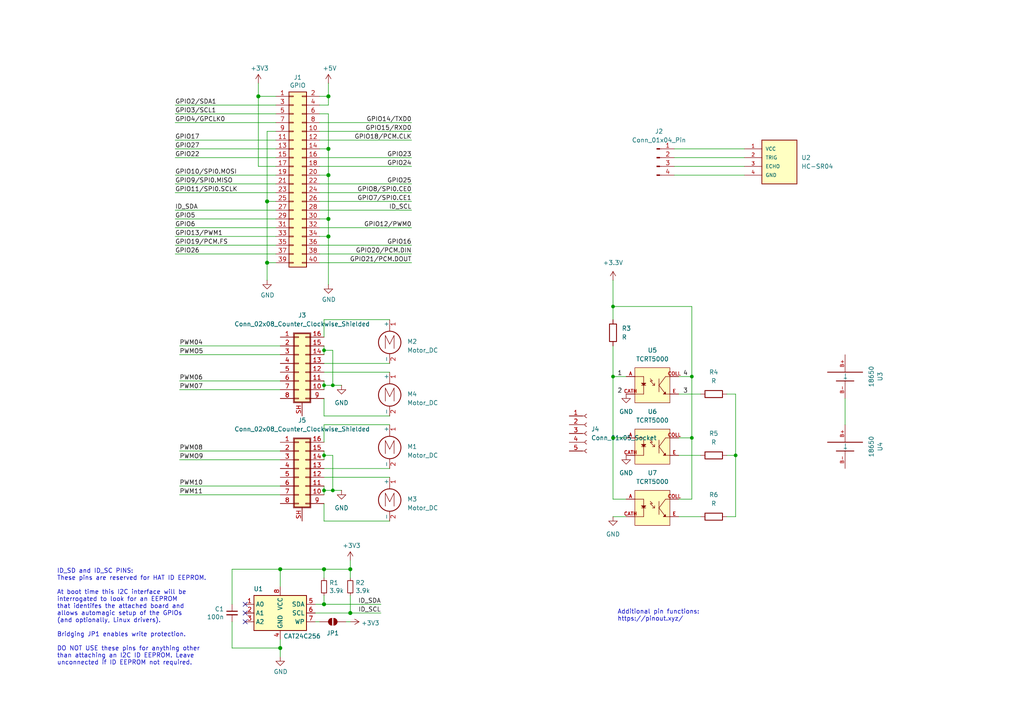
<source format=kicad_sch>
(kicad_sch (version 20231120) (generator "eeschema") (generator_version "8.0")
  (paper "A4")
  (title_block (date "15 nov 2012"))
  (lib_symbols
    (symbol "18650:18650" (pin_names (offset 1.016))
      (property "Reference" "U" (at 1.016 -6.35 0))
      (property "Value" "18650" (at 1.016 -7.874 0))
      (symbol "18650_0_0"
        (polyline (pts (xy 0 5.08) (xy 0 -5.08)) (stroke (width 0.254)))
        (polyline (pts (xy 2.54 -2.54) (xy 2.54 2.54)) (stroke (width 0.254)))
        (pin power_in line (at -5.08 0 0) (length 5.08) (name "+") (number "B+"))
        (pin power_in line (at 7.62 0 180) (length 5.08) (name "-") (number "B-"))
      )
    )
    (symbol "Connector:Conn_01x04_Pin" (pin_names (offset 1.016) hide)
      (property "Reference" "J" (at 0 5.08 0))
      (property "Value" "Conn_01x04_Pin" (at 0 -7.62 0))
      (symbol "Conn_01x04_Pin_1_1"
        (polyline (pts (xy 1.27 -5.08) (xy 0.8636 -5.08)) (stroke (width 0.1524)))
        (polyline (pts (xy 1.27 -2.54) (xy 0.8636 -2.54)) (stroke (width 0.1524)))
        (polyline (pts (xy 1.27 0) (xy 0.8636 0)) (stroke (width 0.1524)))
        (polyline (pts (xy 1.27 2.54) (xy 0.8636 2.54)) (stroke (width 0.1524)))
        (rectangle (start 0.8636 -4.953) (end 0 -5.207) (stroke (width 0.1524)) (fill (type outline)))
        (rectangle (start 0.8636 -2.413) (end 0 -2.667) (stroke (width 0.1524)) (fill (type outline)))
        (rectangle (start 0.8636 0.127) (end 0 -0.127) (stroke (width 0.1524)) (fill (type outline)))
        (rectangle (start 0.8636 2.667) (end 0 2.413) (stroke (width 0.1524)) (fill (type outline)))
        (pin passive line (at 5.08 2.54 180) (length 3.81) (name "Pin_1") (number "1"))
        (pin passive line (at 5.08 0 180) (length 3.81) (name "Pin_2") (number "2"))
        (pin passive line (at 5.08 -2.54 180) (length 3.81) (name "Pin_3") (number "3"))
        (pin passive line (at 5.08 -5.08 180) (length 3.81) (name "Pin_4") (number "4"))
      )
    )
    (symbol "Connector:Conn_01x05_Socket" (pin_names (offset 1.016) hide)
      (property "Reference" "J" (at 0 7.62 0))
      (property "Value" "Conn_01x05_Socket" (at 0 -7.62 0))
      (symbol "Conn_01x05_Socket_1_1"
        (arc (start 0 -4.572) (mid -0.5058 -5.08) (end 0 -5.588) (stroke (width 0.1524)))
        (arc (start 0 -2.032) (mid -0.5058 -2.54) (end 0 -3.048) (stroke (width 0.1524)))
        (polyline (pts (xy -1.27 -5.08) (xy -0.508 -5.08)) (stroke (width 0.1524)))
        (polyline (pts (xy -1.27 -2.54) (xy -0.508 -2.54)) (stroke (width 0.1524)))
        (polyline (pts (xy -1.27 0) (xy -0.508 0)) (stroke (width 0.1524)))
        (polyline (pts (xy -1.27 2.54) (xy -0.508 2.54)) (stroke (width 0.1524)))
        (polyline (pts (xy -1.27 5.08) (xy -0.508 5.08)) (stroke (width 0.1524)))
        (arc (start 0 0.508) (mid -0.5058 0) (end 0 -0.508) (stroke (width 0.1524)))
        (arc (start 0 3.048) (mid -0.5058 2.54) (end 0 2.032) (stroke (width 0.1524)))
        (arc (start 0 5.588) (mid -0.5058 5.08) (end 0 4.572) (stroke (width 0.1524)))
        (pin passive line (at -5.08 5.08 0) (length 3.81) (name "Pin_1") (number "1"))
        (pin passive line (at -5.08 2.54 0) (length 3.81) (name "Pin_2") (number "2"))
        (pin passive line (at -5.08 0 0) (length 3.81) (name "Pin_3") (number "3"))
        (pin passive line (at -5.08 -2.54 0) (length 3.81) (name "Pin_4") (number "4"))
        (pin passive line (at -5.08 -5.08 0) (length 3.81) (name "Pin_5") (number "5"))
      )
    )
    (symbol "Connector_Generic:Conn_02x20_Odd_Even" (pin_names (offset 1.016) hide)
      (property "Reference" "J" (at 1.27 25.4 0))
      (property "Value" "Conn_02x20_Odd_Even" (at 1.27 -27.94 0))
      (symbol "Conn_02x20_Odd_Even_1_1"
        (rectangle (start -1.27 -25.273) (end 0 -25.527) (stroke (width 0.1524)))
        (rectangle (start -1.27 -22.733) (end 0 -22.987) (stroke (width 0.1524)))
        (rectangle (start -1.27 -20.193) (end 0 -20.447) (stroke (width 0.1524)))
        (rectangle (start -1.27 -17.653) (end 0 -17.907) (stroke (width 0.1524)))
        (rectangle (start -1.27 -15.113) (end 0 -15.367) (stroke (width 0.1524)))
        (rectangle (start -1.27 -12.573) (end 0 -12.827) (stroke (width 0.1524)))
        (rectangle (start -1.27 -10.033) (end 0 -10.287) (stroke (width 0.1524)))
        (rectangle (start -1.27 -7.493) (end 0 -7.747) (stroke (width 0.1524)))
        (rectangle (start -1.27 -4.953) (end 0 -5.207) (stroke (width 0.1524)))
        (rectangle (start -1.27 -2.413) (end 0 -2.667) (stroke (width 0.1524)))
        (rectangle (start -1.27 0.127) (end 0 -0.127) (stroke (width 0.1524)))
        (rectangle (start -1.27 2.667) (end 0 2.413) (stroke (width 0.1524)))
        (rectangle (start -1.27 5.207) (end 0 4.953) (stroke (width 0.1524)))
        (rectangle (start -1.27 7.747) (end 0 7.493) (stroke (width 0.1524)))
        (rectangle (start -1.27 10.287) (end 0 10.033) (stroke (width 0.1524)))
        (rectangle (start -1.27 12.827) (end 0 12.573) (stroke (width 0.1524)))
        (rectangle (start -1.27 15.367) (end 0 15.113) (stroke (width 0.1524)))
        (rectangle (start -1.27 17.907) (end 0 17.653) (stroke (width 0.1524)))
        (rectangle (start -1.27 20.447) (end 0 20.193) (stroke (width 0.1524)))
        (rectangle (start -1.27 22.987) (end 0 22.733) (stroke (width 0.1524)))
        (rectangle (start -1.27 24.13) (end 3.81 -26.67) (stroke (width 0.254)) (fill (type background)))
        (rectangle (start 3.81 -25.273) (end 2.54 -25.527) (stroke (width 0.1524)))
        (rectangle (start 3.81 -22.733) (end 2.54 -22.987) (stroke (width 0.1524)))
        (rectangle (start 3.81 -20.193) (end 2.54 -20.447) (stroke (width 0.1524)))
        (rectangle (start 3.81 -17.653) (end 2.54 -17.907) (stroke (width 0.1524)))
        (rectangle (start 3.81 -15.113) (end 2.54 -15.367) (stroke (width 0.1524)))
        (rectangle (start 3.81 -12.573) (end 2.54 -12.827) (stroke (width 0.1524)))
        (rectangle (start 3.81 -10.033) (end 2.54 -10.287) (stroke (width 0.1524)))
        (rectangle (start 3.81 -7.493) (end 2.54 -7.747) (stroke (width 0.1524)))
        (rectangle (start 3.81 -4.953) (end 2.54 -5.207) (stroke (width 0.1524)))
        (rectangle (start 3.81 -2.413) (end 2.54 -2.667) (stroke (width 0.1524)))
        (rectangle (start 3.81 0.127) (end 2.54 -0.127) (stroke (width 0.1524)))
        (rectangle (start 3.81 2.667) (end 2.54 2.413) (stroke (width 0.1524)))
        (rectangle (start 3.81 5.207) (end 2.54 4.953) (stroke (width 0.1524)))
        (rectangle (start 3.81 7.747) (end 2.54 7.493) (stroke (width 0.1524)))
        (rectangle (start 3.81 10.287) (end 2.54 10.033) (stroke (width 0.1524)))
        (rectangle (start 3.81 12.827) (end 2.54 12.573) (stroke (width 0.1524)))
        (rectangle (start 3.81 15.367) (end 2.54 15.113) (stroke (width 0.1524)))
        (rectangle (start 3.81 17.907) (end 2.54 17.653) (stroke (width 0.1524)))
        (rectangle (start 3.81 20.447) (end 2.54 20.193) (stroke (width 0.1524)))
        (rectangle (start 3.81 22.987) (end 2.54 22.733) (stroke (width 0.1524)))
        (pin passive line (at -5.08 22.86 0) (length 3.81) (name "Pin_1") (number "1"))
        (pin passive line (at 7.62 12.7 180) (length 3.81) (name "Pin_10") (number "10"))
        (pin passive line (at -5.08 10.16 0) (length 3.81) (name "Pin_11") (number "11"))
        (pin passive line (at 7.62 10.16 180) (length 3.81) (name "Pin_12") (number "12"))
        (pin passive line (at -5.08 7.62 0) (length 3.81) (name "Pin_13") (number "13"))
        (pin passive line (at 7.62 7.62 180) (length 3.81) (name "Pin_14") (number "14"))
        (pin passive line (at -5.08 5.08 0) (length 3.81) (name "Pin_15") (number "15"))
        (pin passive line (at 7.62 5.08 180) (length 3.81) (name "Pin_16") (number "16"))
        (pin passive line (at -5.08 2.54 0) (length 3.81) (name "Pin_17") (number "17"))
        (pin passive line (at 7.62 2.54 180) (length 3.81) (name "Pin_18") (number "18"))
        (pin passive line (at -5.08 0 0) (length 3.81) (name "Pin_19") (number "19"))
        (pin passive line (at 7.62 22.86 180) (length 3.81) (name "Pin_2") (number "2"))
        (pin passive line (at 7.62 0 180) (length 3.81) (name "Pin_20") (number "20"))
        (pin passive line (at -5.08 -2.54 0) (length 3.81) (name "Pin_21") (number "21"))
        (pin passive line (at 7.62 -2.54 180) (length 3.81) (name "Pin_22") (number "22"))
        (pin passive line (at -5.08 -5.08 0) (length 3.81) (name "Pin_23") (number "23"))
        (pin passive line (at 7.62 -5.08 180) (length 3.81) (name "Pin_24") (number "24"))
        (pin passive line (at -5.08 -7.62 0) (length 3.81) (name "Pin_25") (number "25"))
        (pin passive line (at 7.62 -7.62 180) (length 3.81) (name "Pin_26") (number "26"))
        (pin passive line (at -5.08 -10.16 0) (length 3.81) (name "Pin_27") (number "27"))
        (pin passive line (at 7.62 -10.16 180) (length 3.81) (name "Pin_28") (number "28"))
        (pin passive line (at -5.08 -12.7 0) (length 3.81) (name "Pin_29") (number "29"))
        (pin passive line (at -5.08 20.32 0) (length 3.81) (name "Pin_3") (number "3"))
        (pin passive line (at 7.62 -12.7 180) (length 3.81) (name "Pin_30") (number "30"))
        (pin passive line (at -5.08 -15.24 0) (length 3.81) (name "Pin_31") (number "31"))
        (pin passive line (at 7.62 -15.24 180) (length 3.81) (name "Pin_32") (number "32"))
        (pin passive line (at -5.08 -17.78 0) (length 3.81) (name "Pin_33") (number "33"))
        (pin passive line (at 7.62 -17.78 180) (length 3.81) (name "Pin_34") (number "34"))
        (pin passive line (at -5.08 -20.32 0) (length 3.81) (name "Pin_35") (number "35"))
        (pin passive line (at 7.62 -20.32 180) (length 3.81) (name "Pin_36") (number "36"))
        (pin passive line (at -5.08 -22.86 0) (length 3.81) (name "Pin_37") (number "37"))
        (pin passive line (at 7.62 -22.86 180) (length 3.81) (name "Pin_38") (number "38"))
        (pin passive line (at -5.08 -25.4 0) (length 3.81) (name "Pin_39") (number "39"))
        (pin passive line (at 7.62 20.32 180) (length 3.81) (name "Pin_4") (number "4"))
        (pin passive line (at 7.62 -25.4 180) (length 3.81) (name "Pin_40") (number "40"))
        (pin passive line (at -5.08 17.78 0) (length 3.81) (name "Pin_5") (number "5"))
        (pin passive line (at 7.62 17.78 180) (length 3.81) (name "Pin_6") (number "6"))
        (pin passive line (at -5.08 15.24 0) (length 3.81) (name "Pin_7") (number "7"))
        (pin passive line (at 7.62 15.24 180) (length 3.81) (name "Pin_8") (number "8"))
        (pin passive line (at -5.08 12.7 0) (length 3.81) (name "Pin_9") (number "9"))
      )
    )
    (symbol "Connector_Generic_Shielded:Conn_02x08_Counter_Clockwise_Shielded" (pin_names (offset 1.016) hide)
      (property "Reference" "J" (at 1.524 9.906 0))
      (property "Value" "Conn_02x08_Counter_Clockwise_Shielded" (at 2.286 -12.446 0))
      (symbol "Conn_02x08_Counter_Clockwise_Shielded_1_1"
        (rectangle (start -1.27 8.89) (end 3.81 -11.43) (stroke (width 0.1524)))
        (rectangle (start -1.016 -10.033) (end 0.254 -10.287) (stroke (width 0.1524)))
        (rectangle (start -1.016 -7.493) (end 0.254 -7.747) (stroke (width 0.1524)))
        (rectangle (start -1.016 -4.953) (end 0.254 -5.207) (stroke (width 0.1524)))
        (rectangle (start -1.016 -2.413) (end 0.254 -2.667) (stroke (width 0.1524)))
        (rectangle (start -1.016 0.127) (end 0.254 -0.127) (stroke (width 0.1524)))
        (rectangle (start -1.016 2.667) (end 0.254 2.413) (stroke (width 0.1524)))
        (rectangle (start -1.016 5.207) (end 0.254 4.953) (stroke (width 0.1524)))
        (rectangle (start -1.016 7.747) (end 0.254 7.493) (stroke (width 0.1524)))
        (rectangle (start -1.016 8.636) (end 3.556 -11.176) (stroke (width 0.254)) (fill (type background)))
        (rectangle (start 3.556 -10.033) (end 2.286 -10.287) (stroke (width 0.1524)))
        (rectangle (start 3.556 -7.493) (end 2.286 -7.747) (stroke (width 0.1524)))
        (rectangle (start 3.556 -4.953) (end 2.286 -5.207) (stroke (width 0.1524)))
        (rectangle (start 3.556 -2.413) (end 2.286 -2.667) (stroke (width 0.1524)))
        (rectangle (start 3.556 0.127) (end 2.286 -0.127) (stroke (width 0.1524)))
        (rectangle (start 3.556 2.667) (end 2.286 2.413) (stroke (width 0.1524)))
        (rectangle (start 3.556 5.207) (end 2.286 4.953) (stroke (width 0.1524)))
        (rectangle (start 3.556 7.747) (end 2.286 7.493) (stroke (width 0.1524)))
        (pin passive line (at -5.08 7.62 0) (length 4.064) (name "Pin_1") (number "1"))
        (pin passive line (at 7.62 -7.62 180) (length 4.064) (name "Pin_10") (number "10"))
        (pin passive line (at 7.62 -5.08 180) (length 4.064) (name "Pin_11") (number "11"))
        (pin passive line (at 7.62 -2.54 180) (length 4.064) (name "Pin_12") (number "12"))
        (pin passive line (at 7.62 0 180) (length 4.064) (name "Pin_13") (number "13"))
        (pin passive line (at 7.62 2.54 180) (length 4.064) (name "Pin_14") (number "14"))
        (pin passive line (at 7.62 5.08 180) (length 4.064) (name "Pin_15") (number "15"))
        (pin passive line (at 7.62 7.62 180) (length 4.064) (name "Pin_16") (number "16"))
        (pin passive line (at -5.08 5.08 0) (length 4.064) (name "Pin_2") (number "2"))
        (pin passive line (at -5.08 2.54 0) (length 4.064) (name "Pin_3") (number "3"))
        (pin passive line (at -5.08 0 0) (length 4.064) (name "Pin_4") (number "4"))
        (pin passive line (at -5.08 -2.54 0) (length 4.064) (name "Pin_5") (number "5"))
        (pin passive line (at -5.08 -5.08 0) (length 4.064) (name "Pin_6") (number "6"))
        (pin passive line (at -5.08 -7.62 0) (length 4.064) (name "Pin_7") (number "7"))
        (pin passive line (at -5.08 -10.16 0) (length 4.064) (name "Pin_8") (number "8"))
        (pin passive line (at 7.62 -10.16 180) (length 4.064) (name "Pin_9") (number "9"))
        (pin passive line (at 1.27 -15.24 90) (length 3.81) (name "Shield") (number "SH"))
      )
    )
    (symbol "Device:C_Small" (pin_numbers hide) (pin_names (offset 0.254) hide)
      (property "Reference" "C" (at 0.254 1.778 0))
      (property "Value" "C_Small" (at 0.254 -2.032 0))
      (symbol "C_Small_0_1"
        (polyline (pts (xy -1.524 -0.508) (xy 1.524 -0.508)) (stroke (width 0.3302)))
        (polyline (pts (xy -1.524 0.508) (xy 1.524 0.508)) (stroke (width 0.3048)))
      )
      (symbol "C_Small_1_1"
        (pin passive line (at 0 2.54 270) (length 2.032) (name "~") (number "1"))
        (pin passive line (at 0 -2.54 90) (length 2.032) (name "~") (number "2"))
      )
    )
    (symbol "Device:R" (pin_numbers hide) (pin_names (offset 0))
      (property "Reference" "R" (at 2.032 0 90))
      (property "Value" "R" (at 0 0 90))
      (symbol "R_0_1"
        (rectangle (start -1.016 -2.54) (end 1.016 2.54) (stroke (width 0.254)))
      )
      (symbol "R_1_1"
        (pin passive line (at 0 3.81 270) (length 1.27) (name "~") (number "1"))
        (pin passive line (at 0 -3.81 90) (length 1.27) (name "~") (number "2"))
      )
    )
    (symbol "Device:R_Small" (pin_numbers hide) (pin_names (offset 0.254) hide)
      (property "Reference" "R" (at 0.762 0.508 0))
      (property "Value" "R_Small" (at 0.762 -1.016 0))
      (symbol "R_Small_0_1"
        (rectangle (start -0.762 1.778) (end 0.762 -1.778) (stroke (width 0.2032)))
      )
      (symbol "R_Small_1_1"
        (pin passive line (at 0 2.54 270) (length 0.762) (name "~") (number "1"))
        (pin passive line (at 0 -2.54 90) (length 0.762) (name "~") (number "2"))
      )
    )
    (symbol "HC-SR04:HC-SR04" (pin_names (offset 1.016))
      (property "Reference" "U" (at 0 5.0813 0))
      (property "Value" "HC-SR04" (at 0 -10.163 0))
      (symbol "HC-SR04_0_0"
        (rectangle (start 0 -7.62) (end 10.16 5.08) (stroke (width 0.254)) (fill (type background)))
        (pin power_in line (at -5.08 2.54 0) (length 5.08) (name "VCC") (number "1"))
        (pin bidirectional line (at -5.08 0 0) (length 5.08) (name "TRIG") (number "2"))
        (pin bidirectional line (at -5.08 -2.54 0) (length 5.08) (name "ECHO") (number "3"))
        (pin power_in line (at -5.08 -5.08 0) (length 5.08) (name "GND") (number "4"))
      )
    )
    (symbol "Jumper:SolderJumper_2_Open" (pin_numbers hide) (pin_names (offset 0) hide) (exclude_from_sim yes) (in_bom no)
      (property "Reference" "JP" (at 0 2.032 0))
      (property "Value" "SolderJumper_2_Open" (at 0 -2.54 0))
      (symbol "SolderJumper_2_Open_0_1"
        (arc (start -0.254 1.016) (mid -1.2656 0) (end -0.254 -1.016))
        (arc (start -0.254 1.016) (mid -1.2656 0) (end -0.254 -1.016) (fill (type outline)))
        (polyline (pts (xy -0.254 1.016) (xy -0.254 -1.016)))
        (polyline (pts (xy 0.254 1.016) (xy 0.254 -1.016)))
        (arc (start 0.254 -1.016) (mid 1.2656 0) (end 0.254 1.016))
        (arc (start 0.254 -1.016) (mid 1.2656 0) (end 0.254 1.016) (fill (type outline)))
      )
      (symbol "SolderJumper_2_Open_1_1"
        (pin passive line (at -3.81 0 0) (length 2.54) (name "A") (number "1"))
        (pin passive line (at 3.81 0 180) (length 2.54) (name "B") (number "2"))
      )
    )
    (symbol "Memory_EEPROM:CAT24C256"
      (property "Reference" "U" (at -6.35 6.35 0))
      (property "Value" "CAT24C256" (at 1.27 6.35 0))
      (symbol "CAT24C256_1_1"
        (rectangle (start -7.62 5.08) (end 7.62 -5.08) (stroke (width 0.254)) (fill (type background)))
        (pin input line (at -10.16 2.54 0) (length 2.54) (name "A0") (number "1"))
        (pin input line (at -10.16 0 0) (length 2.54) (name "A1") (number "2"))
        (pin input line (at -10.16 -2.54 0) (length 2.54) (name "A2") (number "3"))
        (pin power_in line (at 0 -7.62 90) (length 2.54) (name "GND") (number "4"))
        (pin bidirectional line (at 10.16 2.54 180) (length 2.54) (name "SDA") (number "5"))
        (pin input line (at 10.16 0 180) (length 2.54) (name "SCL") (number "6"))
        (pin input line (at 10.16 -2.54 180) (length 2.54) (name "WP") (number "7"))
        (pin power_in line (at 0 7.62 270) (length 2.54) (name "VCC") (number "8"))
      )
    )
    (symbol "Motor:Motor_DC" (pin_names (offset 0))
      (property "Reference" "M" (at 2.54 2.54 0))
      (property "Value" "Motor_DC" (at 2.54 -5.08 0))
      (symbol "Motor_DC_0_0"
        (polyline (pts (xy -1.27 -3.302) (xy -1.27 0.508) (xy 0 -2.032) (xy 1.27 0.508) (xy 1.27 -3.302)))
      )
      (symbol "Motor_DC_0_1"
        (circle (center 0 -1.524) (radius 3.2512) (stroke (width 0.254)))
        (polyline (pts (xy 0 -7.62) (xy 0 -7.112)))
        (polyline (pts (xy 0 -4.7752) (xy 0 -5.1816)))
        (polyline (pts (xy 0 1.7272) (xy 0 2.0828)))
        (polyline (pts (xy 0 2.032) (xy 0 2.54)))
      )
      (symbol "Motor_DC_1_1"
        (pin passive line (at 0 5.08 270) (length 2.54) (name "+") (number "1"))
        (pin passive line (at 0 -7.62 90) (length 2.54) (name "-") (number "2"))
      )
    )
    (symbol "TCRT5000:TCRT5000" (pin_names (offset 1.016))
      (property "Reference" "U" (at -5.0887 5.7248 0))
      (property "Value" "TCRT5000" (at -5.0838 -5.7193 0))
      (symbol "TCRT5000_0_0"
        (rectangle (start -5.08 -5.08) (end 5.08 5.08) (stroke (width 0.1524)) (fill (type background)))
        (polyline (pts (xy -5.08 2.54) (xy -2.54 2.54)) (stroke (width 0.1524)))
        (polyline (pts (xy -3.175 0) (xy -1.905 0)) (stroke (width 0.1524)))
        (polyline (pts (xy -2.54 -2.54) (xy -5.08 -2.54)) (stroke (width 0.1524)))
        (polyline (pts (xy -2.54 2.54) (xy -2.54 -2.54)) (stroke (width 0.1524)))
        (polyline (pts (xy -0.635 1.27) (xy 0.635 0)) (stroke (width 0.1524)))
        (polyline (pts (xy -0.635 1.905) (xy 0 1.27)) (stroke (width 0.1524)))
        (polyline (pts (xy 0 1.27) (xy -0.635 1.27)) (stroke (width 0.1524)))
        (polyline (pts (xy 0.635 0) (xy 0 0)) (stroke (width 0.1524)))
        (polyline (pts (xy 0.635 0.635) (xy 0.635 0)) (stroke (width 0.1524)))
        (polyline (pts (xy 1.905 0) (xy 1.905 -1.905)) (stroke (width 0.1524)))
        (polyline (pts (xy 1.905 0) (xy 3.81 -2.54)) (stroke (width 0.1524)))
        (polyline (pts (xy 1.905 0) (xy 3.81 2.54)) (stroke (width 0.1524)))
        (polyline (pts (xy 1.905 1.905) (xy 1.905 0)) (stroke (width 0.1524)))
        (polyline (pts (xy 3.81 -2.54) (xy 5.08 -2.54)) (stroke (width 0.1524)))
        (polyline (pts (xy 3.81 2.54) (xy 5.08 2.54)) (stroke (width 0.1524)))
        (polyline (pts (xy -3.175 0.635) (xy -1.905 0.635) (xy -2.54 0) (xy -3.175 0.635)) (stroke (width 0.1524)) (fill (type outline)))
        (polyline (pts (xy 3.175 -2.54) (xy 3.81 -2.54) (xy 3.81 -1.905) (xy 3.175 -2.54)) (stroke (width 0.1524)) (fill (type outline)))
        (pin passive line (at -7.62 2.54 0) (length 2.54) (name "~") (number "A"))
        (pin passive line (at -7.62 -2.54 0) (length 2.54) (name "~") (number "CATH"))
        (pin passive line (at 7.62 2.54 180) (length 2.54) (name "~") (number "COLL"))
        (pin passive line (at 7.62 -2.54 180) (length 2.54) (name "~") (number "E"))
      )
    )
    (symbol "power:+3.3V" (power) (pin_numbers hide) (pin_names (offset 0) hide)
      (property "Value" "+3.3V" (at 0 3.556 0))
      (symbol "+3.3V_0_1"
        (polyline (pts (xy -0.762 1.27) (xy 0 2.54)))
        (polyline (pts (xy 0 0) (xy 0 2.54)))
        (polyline (pts (xy 0 2.54) (xy 0.762 1.27)))
      )
      (symbol "+3.3V_1_1"
        (pin power_in line (at 0 0 90) (length 0) (name "~") (number "1"))
      )
    )
    (symbol "power:+5V" (power) (pin_numbers hide) (pin_names (offset 0) hide)
      (property "Value" "+5V" (at 0 3.556 0))
      (symbol "+5V_0_1"
        (polyline (pts (xy -0.762 1.27) (xy 0 2.54)))
        (polyline (pts (xy 0 0) (xy 0 2.54)))
        (polyline (pts (xy 0 2.54) (xy 0.762 1.27)))
      )
      (symbol "+5V_1_1"
        (pin power_in line (at 0 0 90) (length 0) (name "~") (number "1"))
      )
    )
    (symbol "power:GND" (power) (pin_numbers hide) (pin_names (offset 0) hide)
      (property "Value" "GND" (at 0 -3.81 0))
      (symbol "GND_0_1"
        (polyline (pts (xy 0 0) (xy 0 -1.27) (xy 1.27 -1.27) (xy 0 -2.54) (xy -1.27 -1.27) (xy 0 -1.27)))
      )
      (symbol "GND_1_1"
        (pin power_in line (at 0 0 270) (length 0) (name "~") (number "1"))
      )
    )
  )
  (junction (at 93.98 101.6))
  (junction (at 93.98 175.26) (diameter 1.016))
  (junction (at 177.8 109.22))
  (junction (at 213.36 132.08))
  (junction (at 95.25 27.94) (diameter 1.016))
  (junction (at 81.28 187.96) (diameter 1.016))
  (junction (at 95.25 43.18) (diameter 1.016))
  (junction (at 81.28 165.1) (diameter 1.016))
  (junction (at 101.6 165.1) (diameter 1.016))
  (junction (at 177.8 127))
  (junction (at 77.47 76.2) (diameter 1.016))
  (junction (at 77.47 58.42) (diameter 1.016))
  (junction (at 93.98 142.24))
  (junction (at 95.25 68.58) (diameter 1.016))
  (junction (at 95.25 63.5) (diameter 1.016))
  (junction (at 96.52 111.76))
  (junction (at 200.66 109.22))
  (junction (at 95.25 50.8) (diameter 1.016))
  (junction (at 177.8 88.9))
  (junction (at 96.52 142.24))
  (junction (at 101.6 177.8) (diameter 1.016))
  (junction (at 200.66 127))
  (junction (at 93.98 132.08))
  (junction (at 93.98 111.76))
  (junction (at 74.93 27.94) (diameter 1.016))
  (junction (at 93.98 165.1) (diameter 1.016))
  (no_connect (at 71.12 175.26))
  (no_connect (at 71.12 177.8))
  (no_connect (at 71.12 180.34))
  (wire (pts (xy 77.47 58.42) (xy 77.47 76.2)))
  (wire (pts (xy 92.71 58.42) (xy 119.38 58.42)))
  (wire (pts (xy 99.06 111.76) (xy 96.52 111.76)))
  (wire (pts (xy 80.01 40.64) (xy 50.8 40.64)))
  (wire (pts (xy 81.28 165.1) (xy 93.98 165.1)))
  (wire (pts (xy 101.6 165.1) (xy 93.98 165.1)))
  (wire (pts (xy 101.6 167.64) (xy 101.6 165.1)))
  (wire (pts (xy 93.98 138.43) (xy 113.03 138.43)))
  (wire (pts (xy 93.98 97.79) (xy 93.98 92.71)))
  (wire (pts (xy 95.25 33.02) (xy 95.25 43.18)))
  (wire (pts (xy 181.61 144.78) (xy 177.8 144.78)))
  (wire (pts (xy 95.25 50.8) (xy 92.71 50.8)))
  (wire (pts (xy 177.8 149.86) (xy 181.61 149.86)))
  (wire (pts (xy 93.98 146.05) (xy 93.98 151.13)))
  (wire (pts (xy 52.07 102.87) (xy 81.28 102.87)))
  (wire (pts (xy 95.25 63.5) (xy 95.25 68.58)))
  (wire (pts (xy 177.8 88.9) (xy 200.66 88.9)))
  (wire (pts (xy 196.85 132.08) (xy 203.2 132.08)))
  (wire (pts (xy 177.8 109.22) (xy 177.8 100.33)))
  (wire (pts (xy 93.98 132.08) (xy 93.98 133.35)))
  (wire (pts (xy 196.85 114.3) (xy 203.2 114.3)))
  (wire (pts (xy 95.25 50.8) (xy 95.25 63.5)))
  (wire (pts (xy 177.8 109.22) (xy 177.8 127)))
  (wire (pts (xy 93.98 142.24) (xy 93.98 143.51)))
  (wire (pts (xy 92.71 35.56) (xy 119.38 35.56)))
  (wire (pts (xy 93.98 110.49) (xy 93.98 111.76)))
  (wire (pts (xy 77.47 38.1) (xy 77.47 58.42)))
  (wire (pts (xy 52.07 140.97) (xy 81.28 140.97)))
  (wire (pts (xy 92.71 55.88) (xy 119.38 55.88)))
  (wire (pts (xy 91.44 175.26) (xy 93.98 175.26)))
  (wire (pts (xy 93.98 175.26) (xy 110.49 175.26)))
  (wire (pts (xy 210.82 114.3) (xy 213.36 114.3)))
  (wire (pts (xy 93.98 100.33) (xy 93.98 101.6)))
  (wire (pts (xy 93.98 132.08) (xy 96.52 132.08)))
  (wire (pts (xy 93.98 101.6) (xy 93.98 102.87)))
  (wire (pts (xy 52.07 113.03) (xy 81.28 113.03)))
  (wire (pts (xy 77.47 38.1) (xy 80.01 38.1)))
  (wire (pts (xy 91.44 180.34) (xy 92.71 180.34)))
  (wire (pts (xy 100.33 180.34) (xy 101.6 180.34)))
  (wire (pts (xy 95.25 68.58) (xy 95.25 82.55)))
  (wire (pts (xy 93.98 123.19) (xy 113.03 123.19)))
  (wire (pts (xy 80.01 60.96) (xy 50.8 60.96)))
  (wire (pts (xy 196.85 109.22) (xy 200.66 109.22)))
  (wire (pts (xy 50.8 63.5) (xy 80.01 63.5)))
  (wire (pts (xy 195.58 45.72) (xy 215.9 45.72)))
  (wire (pts (xy 93.98 111.76) (xy 96.52 111.76)))
  (wire (pts (xy 213.36 132.08) (xy 213.36 149.86)))
  (wire (pts (xy 77.47 58.42) (xy 80.01 58.42)))
  (wire (pts (xy 101.6 162.56) (xy 101.6 165.1)))
  (wire (pts (xy 92.71 45.72) (xy 119.38 45.72)))
  (wire (pts (xy 81.28 165.1) (xy 81.28 170.18)))
  (wire (pts (xy 200.66 109.22) (xy 200.66 127)))
  (wire (pts (xy 93.98 142.24) (xy 96.52 142.24)))
  (wire (pts (xy 92.71 76.2) (xy 119.38 76.2)))
  (wire (pts (xy 77.47 76.2) (xy 77.47 81.28)))
  (wire (pts (xy 50.8 43.18) (xy 80.01 43.18)))
  (wire (pts (xy 101.6 172.72) (xy 101.6 177.8)))
  (wire (pts (xy 74.93 24.13) (xy 74.93 27.94)))
  (wire (pts (xy 52.07 143.51) (xy 81.28 143.51)))
  (wire (pts (xy 93.98 128.27) (xy 93.98 123.19)))
  (wire (pts (xy 95.25 68.58) (xy 92.71 68.58)))
  (wire (pts (xy 50.8 33.02) (xy 80.01 33.02)))
  (wire (pts (xy 177.8 81.28) (xy 177.8 88.9)))
  (wire (pts (xy 50.8 55.88) (xy 80.01 55.88)))
  (wire (pts (xy 213.36 114.3) (xy 213.36 132.08)))
  (wire (pts (xy 93.98 111.76) (xy 93.98 113.03)))
  (wire (pts (xy 74.93 48.26) (xy 80.01 48.26)))
  (wire (pts (xy 93.98 92.71) (xy 113.03 92.71)))
  (wire (pts (xy 80.01 30.48) (xy 50.8 30.48)))
  (wire (pts (xy 95.25 27.94) (xy 95.25 30.48)))
  (wire (pts (xy 195.58 43.18) (xy 215.9 43.18)))
  (wire (pts (xy 200.66 127) (xy 196.85 127)))
  (wire (pts (xy 95.25 43.18) (xy 95.25 50.8)))
  (wire (pts (xy 92.71 40.64) (xy 119.38 40.64)))
  (wire (pts (xy 95.25 43.18) (xy 92.71 43.18)))
  (wire (pts (xy 196.85 149.86) (xy 203.2 149.86)))
  (wire (pts (xy 95.25 24.13) (xy 95.25 27.94)))
  (wire (pts (xy 50.8 35.56) (xy 80.01 35.56)))
  (wire (pts (xy 93.98 165.1) (xy 93.98 167.64)))
  (wire (pts (xy 195.58 48.26) (xy 215.9 48.26)))
  (wire (pts (xy 95.25 27.94) (xy 92.71 27.94)))
  (wire (pts (xy 96.52 101.6) (xy 96.52 111.76)))
  (wire (pts (xy 93.98 130.81) (xy 93.98 132.08)))
  (wire (pts (xy 74.93 27.94) (xy 74.93 48.26)))
  (wire (pts (xy 200.66 144.78) (xy 196.85 144.78)))
  (wire (pts (xy 92.71 48.26) (xy 119.38 48.26)))
  (wire (pts (xy 92.71 38.1) (xy 119.38 38.1)))
  (wire (pts (xy 93.98 172.72) (xy 93.98 175.26)))
  (wire (pts (xy 91.44 177.8) (xy 101.6 177.8)))
  (wire (pts (xy 101.6 177.8) (xy 110.49 177.8)))
  (wire (pts (xy 52.07 100.33) (xy 81.28 100.33)))
  (wire (pts (xy 50.8 45.72) (xy 80.01 45.72)))
  (wire (pts (xy 210.82 132.08) (xy 213.36 132.08)))
  (wire (pts (xy 245.11 115.57) (xy 245.11 123.19)))
  (wire (pts (xy 52.07 133.35) (xy 81.28 133.35)))
  (wire (pts (xy 50.8 66.04) (xy 80.01 66.04)))
  (wire (pts (xy 95.25 30.48) (xy 92.71 30.48)))
  (wire (pts (xy 93.98 135.89) (xy 113.03 135.89)))
  (wire (pts (xy 177.8 127) (xy 181.61 127)))
  (wire (pts (xy 50.8 71.12) (xy 80.01 71.12)))
  (wire (pts (xy 210.82 149.86) (xy 213.36 149.86)))
  (wire (pts (xy 92.71 71.12) (xy 119.38 71.12)))
  (wire (pts (xy 200.66 127) (xy 200.66 144.78)))
  (wire (pts (xy 92.71 66.04) (xy 119.38 66.04)))
  (wire (pts (xy 77.47 76.2) (xy 80.01 76.2)))
  (wire (pts (xy 52.07 110.49) (xy 81.28 110.49)))
  (wire (pts (xy 181.61 109.22) (xy 177.8 109.22)))
  (wire (pts (xy 92.71 73.66) (xy 119.38 73.66)))
  (wire (pts (xy 93.98 120.65) (xy 113.03 120.65)))
  (wire (pts (xy 93.98 101.6) (xy 96.52 101.6)))
  (wire (pts (xy 195.58 50.8) (xy 215.9 50.8)))
  (wire (pts (xy 95.25 33.02) (xy 92.71 33.02)))
  (wire (pts (xy 50.8 73.66) (xy 80.01 73.66)))
  (wire (pts (xy 99.06 142.24) (xy 96.52 142.24)))
  (wire (pts (xy 67.31 165.1) (xy 67.31 175.26)))
  (wire (pts (xy 67.31 180.34) (xy 67.31 187.96)))
  (wire (pts (xy 67.31 187.96) (xy 81.28 187.96)))
  (wire (pts (xy 81.28 165.1) (xy 67.31 165.1)))
  (wire (pts (xy 81.28 185.42) (xy 81.28 187.96)))
  (wire (pts (xy 81.28 187.96) (xy 81.28 190.5)))
  (wire (pts (xy 200.66 88.9) (xy 200.66 109.22)))
  (wire (pts (xy 96.52 132.08) (xy 96.52 142.24)))
  (wire (pts (xy 92.71 53.34) (xy 119.38 53.34)))
  (wire (pts (xy 80.01 68.58) (xy 50.8 68.58)))
  (wire (pts (xy 177.8 88.9) (xy 177.8 92.71)))
  (wire (pts (xy 93.98 151.13) (xy 113.03 151.13)))
  (wire (pts (xy 95.25 63.5) (xy 92.71 63.5)))
  (wire (pts (xy 50.8 53.34) (xy 80.01 53.34)))
  (wire (pts (xy 74.93 27.94) (xy 80.01 27.94)))
  (wire (pts (xy 93.98 115.57) (xy 93.98 120.65)))
  (wire (pts (xy 52.07 130.81) (xy 81.28 130.81)))
  (wire (pts (xy 93.98 105.41) (xy 113.03 105.41)))
  (wire (pts (xy 93.98 140.97) (xy 93.98 142.24)))
  (wire (pts (xy 93.98 107.95) (xy 113.03 107.95)))
  (wire (pts (xy 80.01 50.8) (xy 50.8 50.8)))
  (wire (pts (xy 92.71 60.96) (xy 119.38 60.96)))
  (wire (pts (xy 177.8 127) (xy 177.8 144.78)))
  (text "Additional pin functions:\nhttps://pinout.xyz/" (at 179.07 180.34 0) (effects (font (size 1.27 1.27)) (justify left bottom)))
  (text "ID_SD and ID_SC PINS:\nThese pins are reserved for HAT ID EEPROM.\n\nAt boot time this I2C interface will be\ninterrogated to look for an EEPROM\nthat identifes the attached board and\nallows automagic setup of the GPIOs\n(and optionally, Linux drivers).\n\nBridging JP1 enables write protection.\n\nDO NOT USE these pins for anything other\nthan attaching an I2C ID EEPROM. Leave\nunconnected if ID EEPROM not required." (at 16.51 193.04 0) (effects (font (size 1.27 1.27)) (justify left bottom)))
  (label "ID_SDA" (at 50.8 60.96 0))
  (label "GPIO6" (at 50.8 66.04 0))
  (label "ID_SDA" (at 110.49 175.26 180))
  (label "ID_SCL" (at 119.38 60.96 180))
  (label "GPIO5" (at 50.8 63.5 0))
  (label "PWM07" (at 52.07 113.03 0))
  (label "4" (at 198.12 109.22 0))
  (label "GPIO21{slash}PCM.DOUT" (at 119.38 76.2 180))
  (label "GPIO19{slash}PCM.FS" (at 50.8 71.12 0))
  (label "GPIO10{slash}SPI0.MOSI" (at 50.8 50.8 0))
  (label "GPIO9{slash}SPI0.MISO" (at 50.8 53.34 0))
  (label "1" (at 179.07 109.22 0))
  (label "GPIO23" (at 119.38 45.72 180))
  (label "GPIO4{slash}GPCLK0" (at 50.8 35.56 0))
  (label "PWM06" (at 52.07 110.49 0))
  (label "GPIO27" (at 50.8 43.18 0))
  (label "GPIO26" (at 50.8 73.66 0))
  (label "GPIO14{slash}TXD0" (at 119.38 35.56 180))
  (label "GPIO8{slash}SPI0.CE0" (at 119.38 55.88 180))
  (label "GPIO15{slash}RXD0" (at 119.38 38.1 180))
  (label "GPIO16" (at 119.38 71.12 180))
  (label "3" (at 198.12 114.3 0))
  (label "GPIO22" (at 50.8 45.72 0))
  (label "GPIO2{slash}SDA1" (at 50.8 30.48 0))
  (label "GPIO17" (at 50.8 40.64 0))
  (label "PWM10" (at 52.07 140.97 0))
  (label "PWMO5" (at 52.07 102.87 0))
  (label "GPIO25" (at 119.38 53.34 180))
  (label "GPIO3{slash}SCL1" (at 50.8 33.02 0))
  (label "GPIO18{slash}PCM.CLK" (at 119.38 40.64 180))
  (label "GPIO12{slash}PWM0" (at 119.38 66.04 180))
  (label "PWMO9" (at 52.07 133.35 0))
  (label "GPIO13{slash}PWM1" (at 50.8 68.58 0))
  (label "GPIO20{slash}PCM.DIN" (at 119.38 73.66 180))
  (label "GPIO24" (at 119.38 48.26 180))
  (label "GPIO7{slash}SPI0.CE1" (at 119.38 58.42 180))
  (label "PWM04" (at 52.07 100.33 0))
  (label "ID_SCL" (at 110.49 177.8 180))
  (label "PWM08" (at 52.07 130.81 0))
  (label "2" (at 179.07 114.3 0))
  (label "PWM11" (at 52.07 143.51 0))
  (label "GPIO11{slash}SPI0.SCLK" (at 50.8 55.88 0))
  (symbol (lib_id "power:+5V") (at 95.25 24.13 0) (unit 1)
    (property "Reference" "#PWR01" (effects (hide yes)))
    (property "Value" "+5V" (at 95.6183 19.8056 0))
    (property "Description" "Power symbol creates a global label with name \"+5V\"" (effects (hide yes)))
  )
  (symbol (lib_id "power:+3.3V") (at 74.93 24.13 0) (unit 1)
    (property "Reference" "#PWR04" (effects (hide yes)))
    (property "Value" "+3V3" (at 75.2983 19.8056 0))
    (property "Description" "Power symbol creates a global label with name \"+3.3V\"" (effects (hide yes)))
  )
  (symbol (lib_id "power:GND") (at 95.25 82.55 0) (unit 1)
    (property "Reference" "#PWR02" (effects (hide yes)))
    (property "Value" "GND" (at 95.3643 86.8744 0))
    (property "Description" "Power symbol creates a global label with name \"GND\" , ground" (effects (hide yes)))
  )
  (symbol (lib_id "power:GND") (at 77.47 81.28 0) (unit 1)
    (property "Reference" "#PWR03" (effects (hide yes)))
    (property "Value" "GND" (at 77.5843 85.6044 0))
    (property "Description" "Power symbol creates a global label with name \"GND\" , ground" (effects (hide yes)))
  )
  (symbol (lib_id "Connector_Generic:Conn_02x20_Odd_Even") (at 85.09 50.8 0) (unit 1)
    (property "Reference" "J1" (at 86.36 22.4598 0))
    (property "Value" "GPIO" (at 86.36 24.765 0))
    (property "Footprint" "Connector_PinSocket_2.54mm:PinSocket_2x20_P2.54mm_Vertical" (effects (hide yes)))
    (property "Description" "Generic connector, double row, 02x20, odd/even pin numbering scheme (row 1 odd numbers, row 2 even numbers), script generated (kicad-library-utils/schlib/autogen/connector/)" (effects (hide yes)))
  )
  (symbol (lib_id "Device:R") (at 207.01 149.86 270) (unit 1)
    (property "Reference" "R6" (at 207.01 143.51 90))
    (property "Value" "R" (at 207.01 146.05 90))
    (property "Description" "Resistor" (effects (hide yes)))
  )
  (symbol (lib_id "Motor:Motor_DC") (at 113.03 128.27 0) (unit 1)
    (property "Reference" "M1" (at 118.11 129.5399 0) (effects (justify left)))
    (property "Value" "Motor_DC" (at 118.11 132.0799 0) (effects (justify left)))
    (property "Description" "DC Motor" (effects (hide yes)))
  )
  (symbol (lib_id "Device:C_Small") (at 67.31 177.8 0) (unit 1)
    (property "Reference" "C1" (at 64.9858 176.6506 0) (effects (justify right)))
    (property "Value" "100n" (at 64.9858 178.9493 0) (effects (justify right)))
    (property "Description" "Unpolarized capacitor, small symbol" (effects (hide yes)))
  )
  (symbol (lib_id "Motor:Motor_DC") (at 113.03 113.03 0) (unit 1)
    (property "Reference" "M4" (at 118.11 114.2999 0) (effects (justify left)))
    (property "Value" "Motor_DC" (at 118.11 116.8399 0) (effects (justify left)))
    (property "Description" "DC Motor" (effects (hide yes)))
  )
  (symbol (lib_id "Device:R_Small") (at 93.98 170.18 0) (unit 1)
    (property "Reference" "R1" (at 95.4786 169.037 0) (effects (justify left)))
    (property "Value" "3.9k" (at 95.4787 171.3293 0) (effects (justify left)))
    (property "Description" "Resistor, small symbol" (effects (hide yes)))
  )
  (symbol (lib_id "power:GND") (at 99.06 111.76 0) (unit 1)
    (property "Reference" "#PWR010" (effects (hide yes)))
    (property "Value" "GND" (at 99.06 116.84 0))
    (property "Description" "Power symbol creates a global label with name \"GND\" , ground" (effects (hide yes)))
  )
  (symbol (lib_id "TCRT5000:TCRT5000") (at 189.23 111.76 0) (unit 1)
    (property "Reference" "U5" (at 189.23 101.6 0))
    (property "Value" "TCRT5000" (at 189.23 104.14 0))
    (property "Footprint" "TCRT5000:OPTO_TCRT5000" (effects (hide yes)))
    (property "MF" "Vishay" (effects (hide yes)))
    (property "MAXIMUM_PACKAGE_HEIGHT" "7.2mm" (effects (hide yes)))
    (property "Package" "TCRT5000 Vishay" (effects (hide yes)))
    (property "Price" "None" (effects (hide yes)))
    (property "Check_prices" "https://www.snapeda.com/parts/TCRT5000/Vishay+Semiconductor+Opto+Division/view-part/?ref=eda" (effects (hide yes)))
    (property "STANDARD" "Manufacturer recommendations" (effects (hide yes)))
    (property "PARTREV" "1.7" (effects (hide yes)))
    (property "SnapEDA_Link" "https://www.snapeda.com/parts/TCRT5000/Vishay+Semiconductor+Opto+Division/view-part/?ref=snap" (effects (hide yes)))
    (property "MP" "TCRT5000" (effects (hide yes)))
    (property "Description_1" "\n                        \n                            Reflective Optical Sensor 0.591 (15mm) PCB Mount\n                        \n" (effects (hide yes)))
    (property "Availability" "In Stock" (effects (hide yes)))
    (property "MANUFACTURER" "Vishay" (effects (hide yes)))
  )
  (symbol (lib_id "TCRT5000:TCRT5000") (at 189.23 147.32 0) (unit 1)
    (property "Reference" "U7" (at 189.23 137.16 0))
    (property "Value" "TCRT5000" (at 189.23 139.7 0))
    (property "Footprint" "TCRT5000:OPTO_TCRT5000" (effects (hide yes)))
    (property "MF" "Vishay" (effects (hide yes)))
    (property "MAXIMUM_PACKAGE_HEIGHT" "7.2mm" (effects (hide yes)))
    (property "Package" "TCRT5000 Vishay" (effects (hide yes)))
    (property "Price" "None" (effects (hide yes)))
    (property "Check_prices" "https://www.snapeda.com/parts/TCRT5000/Vishay+Semiconductor+Opto+Division/view-part/?ref=eda" (effects (hide yes)))
    (property "STANDARD" "Manufacturer recommendations" (effects (hide yes)))
    (property "PARTREV" "1.7" (effects (hide yes)))
    (property "SnapEDA_Link" "https://www.snapeda.com/parts/TCRT5000/Vishay+Semiconductor+Opto+Division/view-part/?ref=snap" (effects (hide yes)))
    (property "MP" "TCRT5000" (effects (hide yes)))
    (property "Description_1" "\n                        \n                            Reflective Optical Sensor 0.591 (15mm) PCB Mount\n                        \n" (effects (hide yes)))
    (property "Availability" "In Stock" (effects (hide yes)))
    (property "MANUFACTURER" "Vishay" (effects (hide yes)))
  )
  (symbol (lib_id "Connector:Conn_01x04_Pin") (at 190.5 45.72 0) (unit 1)
    (property "Reference" "J2" (at 191.135 38.1 0))
    (property "Value" "Conn_01x04_Pin" (at 191.135 40.64 0))
    (property "Description" "Generic connector, single row, 01x04, script generated" (effects (hide yes)))
  )
  (symbol (lib_id "Jumper:SolderJumper_2_Open") (at 96.52 180.34 0) (unit 1)
    (property "Reference" "JP1" (at 96.52 183.623 0))
    (property "Value" "ID_WP" (effects (hide yes)))
    (property "Description" "Solder Jumper, 2-pole, open" (effects (hide yes)))
  )
  (symbol (lib_id "Device:R_Small") (at 101.6 170.18 0) (unit 1)
    (property "Reference" "R2" (at 103.0986 169.037 0) (effects (justify left)))
    (property "Value" "3.9k" (at 103.0987 171.3293 0) (effects (justify left)))
    (property "Description" "Resistor, small symbol" (effects (hide yes)))
  )
  (symbol (lib_id "power:+3.3V") (at 101.6 162.56 0) (unit 1)
    (property "Reference" "#PWR0101" (effects (hide yes)))
    (property "Value" "+3V3" (at 101.9683 158.2356 0))
    (property "Description" "Power symbol creates a global label with name \"+3.3V\"" (effects (hide yes)))
  )
  (symbol (lib_id "Connector_Generic_Shielded:Conn_02x08_Counter_Clockwise_Shielded") (at 86.36 135.89 0) (unit 1)
    (property "Reference" "J5" (at 87.63 121.92 0))
    (property "Value" "Conn_02x08_Counter_Clockwise_Shielded" (at 87.63 124.46 0))
    (property "Description" "Generic shielded connector, double row, 02x08, counter clockwise pin numbering scheme (similar to DIP package numbering), script generated (kicad-library-utils/schlib/autogen/connector/)" (effects (hide yes)))
  )
  (symbol (lib_id "Device:R") (at 207.01 132.08 270) (unit 1)
    (property "Reference" "R5" (at 207.01 125.73 90))
    (property "Value" "R" (at 207.01 128.27 90))
    (property "Description" "Resistor" (effects (hide yes)))
  )
  (symbol (lib_id "Memory_EEPROM:CAT24C256") (at 81.28 177.8 0) (unit 1)
    (property "Reference" "U1" (at 74.93 170.7958 0))
    (property "Value" "CAT24C256" (at 87.63 184.5245 0))
    (property "Datasheet" "https://www.onsemi.cn/PowerSolutions/document/CAT24C256-D.PDF" (effects (hide yes)))
    (property "Description" "256 kb CMOS Serial EEPROM, DIP-8/SOIC-8/TSSOP-8/DFN-8" (effects (hide yes)))
  )
  (symbol (lib_id "Motor:Motor_DC") (at 113.03 97.79 0) (unit 1)
    (property "Reference" "M2" (at 118.11 99.0599 0) (effects (justify left)))
    (property "Value" "Motor_DC" (at 118.11 101.5999 0) (effects (justify left)))
    (property "Description" "DC Motor" (effects (hide yes)))
  )
  (symbol (lib_id "Connector:Conn_01x05_Socket") (at 170.18 125.73 0) (unit 1)
    (property "Reference" "J4" (at 171.45 124.4599 0) (effects (justify left)))
    (property "Value" "Conn_01x05_Socket" (at 171.45 126.9999 0) (effects (justify left)))
    (property "Description" "Generic connector, single row, 01x05, script generated" (effects (hide yes)))
  )
  (symbol (lib_id "HC-SR04:HC-SR04") (at 220.98 45.72 0) (unit 1)
    (property "Reference" "U2" (at 232.41 45.7199 0) (effects (justify left)))
    (property "Value" "HC-SR04" (at 232.41 48.2599 0) (effects (justify left)))
    (property "Footprint" "HC-SR04:XCVR_HC-SR04" (effects (hide yes)))
    (property "SnapEDA_Link" "https://www.snapeda.com/parts/HC-SR04/SparkFun/view-part/?ref=snap" (effects (hide yes)))
    (property "Description_1" "\n                        \n                            HC-SR04 Ultrasonic Sensor Qwiic Platform Evaluation Expansion Board\n                        \n" (effects (hide yes)))
    (property "Package" "None" (effects (hide yes)))
    (property "Check_prices" "https://www.snapeda.com/parts/HC-SR04/SparkFun/view-part/?ref=eda" (effects (hide yes)))
    (property "MF" "SparkFun Electronics" (effects (hide yes)))
    (property "MP" "HC-SR04" (effects (hide yes)))
    (property "MANUFACTURER" "Osepp" (effects (hide yes)))
  )
  (symbol (lib_id "TCRT5000:TCRT5000") (at 189.23 129.54 0) (unit 1)
    (property "Reference" "U6" (at 189.23 119.38 0))
    (property "Value" "TCRT5000" (at 189.23 121.92 0))
    (property "Footprint" "TCRT5000:OPTO_TCRT5000" (effects (hide yes)))
    (property "MF" "Vishay" (effects (hide yes)))
    (property "MAXIMUM_PACKAGE_HEIGHT" "7.2mm" (effects (hide yes)))
    (property "Package" "TCRT5000 Vishay" (effects (hide yes)))
    (property "Price" "None" (effects (hide yes)))
    (property "Check_prices" "https://www.snapeda.com/parts/TCRT5000/Vishay+Semiconductor+Opto+Division/view-part/?ref=eda" (effects (hide yes)))
    (property "STANDARD" "Manufacturer recommendations" (effects (hide yes)))
    (property "PARTREV" "1.7" (effects (hide yes)))
    (property "SnapEDA_Link" "https://www.snapeda.com/parts/TCRT5000/Vishay+Semiconductor+Opto+Division/view-part/?ref=snap" (effects (hide yes)))
    (property "MP" "TCRT5000" (effects (hide yes)))
    (property "Description_1" "\n                        \n                            Reflective Optical Sensor 0.591 (15mm) PCB Mount\n                        \n" (effects (hide yes)))
    (property "Availability" "In Stock" (effects (hide yes)))
    (property "MANUFACTURER" "Vishay" (effects (hide yes)))
  )
  (symbol (lib_id "Device:R") (at 207.01 114.3 270) (unit 1)
    (property "Reference" "R4" (at 207.01 107.95 90))
    (property "Value" "R" (at 207.01 110.49 90))
    (property "Description" "Resistor" (effects (hide yes)))
  )
  (symbol (lib_id "power:GND") (at 177.8 149.86 0) (unit 1)
    (property "Reference" "#PWR07" (effects (hide yes)))
    (property "Value" "GND" (at 177.8 154.94 0))
    (property "Description" "Power symbol creates a global label with name \"GND\" , ground" (effects (hide yes)))
  )
  (symbol (lib_id "Motor:Motor_DC") (at 113.03 143.51 0) (unit 1)
    (property "Reference" "M3" (at 118.11 144.7799 0) (effects (justify left)))
    (property "Value" "Motor_DC" (at 118.11 147.3199 0) (effects (justify left)))
    (property "Description" "DC Motor" (effects (hide yes)))
  )
  (symbol (lib_id "Device:R") (at 177.8 96.52 0) (unit 1)
    (property "Reference" "R3" (at 180.34 95.2499 0) (effects (justify left)))
    (property "Value" "R" (at 180.34 97.7899 0) (effects (justify left)))
    (property "Description" "Resistor" (effects (hide yes)))
  )
  (symbol (lib_id "power:GND") (at 81.28 190.5 0) (unit 1)
    (property "Reference" "#PWR0102" (effects (hide yes)))
    (property "Value" "GND" (at 81.3943 194.8244 0))
    (property "Description" "Power symbol creates a global label with name \"GND\" , ground" (effects (hide yes)))
  )
  (symbol (lib_id "Connector_Generic_Shielded:Conn_02x08_Counter_Clockwise_Shielded") (at 86.36 105.41 0) (unit 1)
    (property "Reference" "J3" (at 87.63 91.44 0))
    (property "Value" "Conn_02x08_Counter_Clockwise_Shielded" (at 87.63 93.98 0))
    (property "Description" "Generic shielded connector, double row, 02x08, counter clockwise pin numbering scheme (similar to DIP package numbering), script generated (kicad-library-utils/schlib/autogen/connector/)" (effects (hide yes)))
  )
  (symbol (lib_id "power:+3.3V") (at 101.6 180.34 270) (unit 1)
    (property "Reference" "#PWR0103" (effects (hide yes)))
    (property "Value" "+3V3" (at 104.7751 180.7083 90) (effects (justify left)))
    (property "Description" "Power symbol creates a global label with name \"+3.3V\"" (effects (hide yes)))
  )
  (symbol (lib_id "power:GND") (at 181.61 114.3 0) (unit 1)
    (property "Reference" "#PWR08" (effects (hide yes)))
    (property "Value" "GND" (at 181.61 119.38 0))
    (property "Description" "Power symbol creates a global label with name \"GND\" , ground" (effects (hide yes)))
  )
  (symbol (lib_id "power:GND") (at 181.61 132.08 0) (unit 1)
    (property "Reference" "#PWR06" (effects (hide yes)))
    (property "Value" "GND" (at 181.61 137.16 0))
    (property "Description" "Power symbol creates a global label with name \"GND\" , ground" (effects (hide yes)))
  )
  (symbol (lib_id "power:GND") (at 99.06 142.24 0) (unit 1)
    (property "Reference" "#PWR09" (effects (hide yes)))
    (property "Value" "GND" (at 99.06 147.32 0))
    (property "Description" "Power symbol creates a global label with name \"GND\" , ground" (effects (hide yes)))
  )
  (symbol (lib_id "18650:18650") (at 245.11 128.27 270) (unit 1)
    (property "Reference" "U4" (at 255.27 129.54 0))
    (property "Value" "18650" (at 252.73 129.54 0))
    (property "MF" "Dantona Industries" (effects (hide yes)))
    (property "Description_1" "\n                        \n                            Rechargeable Battery, Lithium Ion, 3.7 V, 3400 mAh, 18650, 2.6 in L x 0.8 in Dia | Dantona Industries Inc. 18650\n                        \n" (effects (hide yes)))
    (property "Package" "None" (effects (hide yes)))
    (property "Price" "None" (effects (hide yes)))
    (property "SnapEDA_Link" "https://www.snapeda.com/parts/18650/Dantona+Industries/view-part/?ref=snap" (effects (hide yes)))
    (property "MP" "18650" (effects (hide yes)))
    (property "Availability" "In Stock" (effects (hide yes)))
    (property "Check_prices" "https://www.snapeda.com/parts/18650/Dantona+Industries/view-part/?ref=eda" (effects (hide yes)))
  )
  (symbol (lib_id "18650:18650") (at 245.11 107.95 270) (unit 1)
    (property "Reference" "U3" (at 255.27 109.22 0))
    (property "Value" "18650" (at 252.73 109.22 0))
    (property "MF" "Dantona Industries" (effects (hide yes)))
    (property "Description_1" "\n                        \n                            Rechargeable Battery, Lithium Ion, 3.7 V, 3400 mAh, 18650, 2.6 in L x 0.8 in Dia | Dantona Industries Inc. 18650\n                        \n" (effects (hide yes)))
    (property "Package" "None" (effects (hide yes)))
    (property "Price" "None" (effects (hide yes)))
    (property "SnapEDA_Link" "https://www.snapeda.com/parts/18650/Dantona+Industries/view-part/?ref=snap" (effects (hide yes)))
    (property "MP" "18650" (effects (hide yes)))
    (property "Availability" "In Stock" (effects (hide yes)))
    (property "Check_prices" "https://www.snapeda.com/parts/18650/Dantona+Industries/view-part/?ref=eda" (effects (hide yes)))
  )
  (symbol (lib_id "power:+3.3V") (at 177.8 81.28 0) (unit 1)
    (property "Reference" "#PWR05" (effects (hide yes)))
    (property "Value" "+3.3V" (at 177.8 76.2 0))
    (property "Description" "Power symbol creates a global label with name \"+3.3V\"" (effects (hide yes)))
  )
)
</source>
